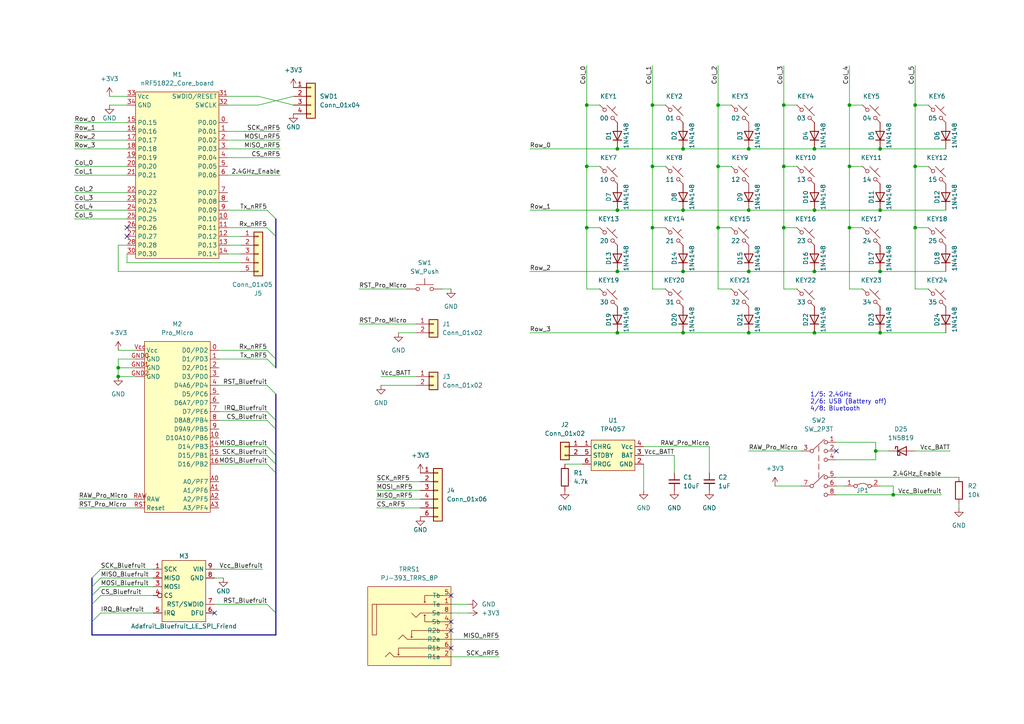
<source format=kicad_sch>
(kicad_sch (version 20211123) (generator eeschema)
  (paper "A4")
  (title_block (title "ErgoSNM Keyboard Prototype (Left)") (rev "1"))
  (lib_symbols
    (symbol "Connector_Generic:Conn_01x02" (pin_names (offset 1.016) hide)
      (property "Reference" "J" (at 0 2.54 0))
      (property "Value" "Conn_01x02" (at 0 -5.08 0))
      (symbol "Conn_01x02_1_1"
        (pin passive line (at -5.08 0 0) (length 3.81) (name "Pin_1") (number "1"))
        (pin passive line (at -5.08 -2.54 0) (length 3.81) (name "Pin_2") (number "2"))
      )
    )
    (symbol "Connector_Generic:Conn_01x04" (pin_names (offset 1.016) hide)
      (property "Reference" "J" (at 0 5.08 0))
      (property "Value" "Conn_01x04" (at 0 -7.62 0))
      (symbol "Conn_01x04_1_1"
        (pin passive line (at -5.08 2.54 0) (length 3.81) (name "Pin_1") (number "1"))
        (pin passive line (at -5.08 0 0) (length 3.81) (name "Pin_2") (number "2"))
        (pin passive line (at -5.08 -2.54 0) (length 3.81) (name "Pin_3") (number "3"))
        (pin passive line (at -5.08 -5.08 0) (length 3.81) (name "Pin_4") (number "4"))
      )
    )
    (symbol "Connector_Generic:Conn_01x05" (pin_names (offset 1.016) hide)
      (property "Reference" "J" (at 0 7.62 0))
      (property "Value" "Conn_01x05" (at 0 -7.62 0))
      (symbol "Conn_01x05_1_1"
        (pin passive line (at -5.08 5.08 0) (length 3.81) (name "Pin_1") (number "1"))
        (pin passive line (at -5.08 2.54 0) (length 3.81) (name "Pin_2") (number "2"))
        (pin passive line (at -5.08 0 0) (length 3.81) (name "Pin_3") (number "3"))
        (pin passive line (at -5.08 -2.54 0) (length 3.81) (name "Pin_4") (number "4"))
        (pin passive line (at -5.08 -5.08 0) (length 3.81) (name "Pin_5") (number "5"))
      )
    )
    (symbol "Connector_Generic:Conn_01x06" (pin_names (offset 1.016) hide)
      (property "Reference" "J" (at 0 7.62 0))
      (property "Value" "Conn_01x06" (at 0 -10.16 0))
      (symbol "Conn_01x06_1_1"
        (pin passive line (at -5.08 5.08 0) (length 3.81) (name "Pin_1") (number "1"))
        (pin passive line (at -5.08 2.54 0) (length 3.81) (name "Pin_2") (number "2"))
        (pin passive line (at -5.08 0 0) (length 3.81) (name "Pin_3") (number "3"))
        (pin passive line (at -5.08 -2.54 0) (length 3.81) (name "Pin_4") (number "4"))
        (pin passive line (at -5.08 -5.08 0) (length 3.81) (name "Pin_5") (number "5"))
        (pin passive line (at -5.08 -7.62 0) (length 3.81) (name "Pin_6") (number "6"))
      )
    )
    (symbol "Device:C_Small" (pin_numbers hide) (pin_names (offset 0.254) hide)
      (property "Reference" "C" (at 0.254 1.778 0))
      (property "Value" "C_Small" (at 0.254 -2.032 0))
      (symbol "C_Small_1_1"
        (pin passive line (at 0 2.54 270) (length 2.032) (name "~") (number "1"))
        (pin passive line (at 0 -2.54 90) (length 2.032) (name "~") (number "2"))
      )
    )
    (symbol "Device:R" (pin_numbers hide) (pin_names (offset 0))
      (property "Reference" "R" (at 2.032 0 90))
      (property "Value" "R" (at 0 0 90))
      (symbol "R_1_1"
        (pin passive line (at 0 3.81 270) (length 1.27) (name "~") (number "1"))
        (pin passive line (at 0 -3.81 90) (length 1.27) (name "~") (number "2"))
      )
    )
    (symbol "Diode:1N4148" (pin_numbers hide) (pin_names (offset 1.016) hide)
      (property "Reference" "D" (at 0 2.54 0))
      (property "Value" "1N4148" (at 0 -2.54 0))
      (symbol "1N4148_1_1"
        (pin passive line (at -3.81 0 0) (length 2.54) (name "K") (number "1"))
        (pin passive line (at 3.81 0 180) (length 2.54) (name "A") (number "2"))
      )
    )
    (symbol "Diode:1N5819" (pin_numbers hide) (pin_names (offset 1.016) hide)
      (property "Reference" "D" (at 0 2.54 0))
      (property "Value" "1N5819" (at 0 -2.54 0))
      (symbol "1N5819_1_1"
        (pin passive line (at -3.81 0 0) (length 2.54) (name "K") (number "1"))
        (pin passive line (at 3.81 0 180) (length 2.54) (name "A") (number "2"))
      )
    )
    (symbol "ErgoSNM_Keybaord_Library:Adafruit_Bluefruit_LE_SPI_Friend"
      (property "Reference" "M" (at 0 -12.7 0))
      (property "Value" "Adafruit_Bluefruit_LE_SPI_Friend" (at 1.27 -10.16 0))
      (symbol "Adafruit_Bluefruit_LE_SPI_Friend_1_1"
        (pin input line (at -8.89 6.35 0) (length 2.54) (name "SCK") (number "1"))
        (pin output line (at -8.89 3.81 0) (length 2.54) (name "MISO") (number "2"))
        (pin input line (at -8.89 1.27 0) (length 2.54) (name "MOSI") (number "3"))
        (pin input inverted (at -8.89 -1.27 0) (length 2.54) (name "CS") (number "4"))
        (pin output line (at -8.89 -6.35 0) (length 2.54) (name "IRQ") (number "5"))
        (pin input line (at 8.89 -6.35 180) (length 2.54) (name "DFU") (number "6"))
        (pin input line (at 8.89 -3.81 180) (length 2.54) (name "RST/SWDIO") (number "7"))
        (pin power_in line (at 8.89 3.81 180) (length 2.54) (name "GND") (number "8"))
        (pin power_in line (at 8.89 6.35 180) (length 2.54) (name "VIN") (number "9"))
      )
    )
    (symbol "ErgoSNM_Keybaord_Library:PJ-393_TRRS_8P"
      (property "Reference" "TRRS" (at -5.08 -16.51 0))
      (property "Value" "PJ-393_TRRS_8P" (at -3.175 -18.415 0))
      (symbol "PJ-393_TRRS_8P_0_0"
        (pin bidirectional line (at 10.16 -8.89 180) (length 2.54) (name "R1a") (number "2"))
        (pin bidirectional line (at 10.16 -3.81 180) (length 2.54) (name "R2a") (number "3"))
        (pin bidirectional line (at 10.16 1.27 180) (length 2.54) (name "Sb") (number "4"))
        (pin bidirectional line (at 10.16 8.89 180) (length 2.54) (name "Tb") (number "5"))
        (pin bidirectional line (at 10.16 -6.35 180) (length 2.54) (name "R1b") (number "6"))
        (pin bidirectional line (at 10.16 -1.27 180) (length 2.54) (name "R2b") (number "7"))
        (pin bidirectional line (at 10.16 3.81 180) (length 2.54) (name "Sa") (number "8"))
      )
      (symbol "PJ-393_TRRS_8P_1_1"
        (pin bidirectional line (at 10.16 6.35 180) (length 2.54) (name "Ta") (number "1"))
      )
    )
    (symbol "ErgoSNM_Keybaord_Library:Pro_Micro"
      (property "Reference" "M" (at 0 -27.94 0))
      (property "Value" "Pro_Micro" (at 0 -25.4 0))
      (symbol "Pro_Micro_1_1"
        (pin bidirectional line (at 13.97 22.86 180) (length 2.54) (name "D0/PD2") (number "0"))
        (pin bidirectional line (at 13.97 20.32 180) (length 2.54) (name "D1/PD3") (number "1"))
        (pin bidirectional line (at 13.97 -2.54 180) (length 2.54) (name "D10A10/PB6") (number "10"))
        (pin bidirectional line (at 13.97 -5.08 180) (length 2.54) (name "D14/PB3") (number "14"))
        (pin bidirectional line (at 13.97 -7.62 180) (length 2.54) (name "D15/PB1") (number "15"))
        (pin bidirectional line (at 13.97 -10.16 180) (length 2.54) (name "D16/PB2") (number "16"))
        (pin bidirectional line (at 13.97 17.78 180) (length 2.54) (name "D2/PD1") (number "2"))
        (pin bidirectional line (at 13.97 15.24 180) (length 2.54) (name "D3/PD0") (number "3"))
        (pin bidirectional line (at 13.97 12.7 180) (length 2.54) (name "D4A6/PD4") (number "4"))
        (pin bidirectional line (at 13.97 10.16 180) (length 2.54) (name "D5/PC6") (number "5"))
        (pin bidirectional line (at 13.97 7.62 180) (length 2.54) (name "D6A7/PD7") (number "6"))
        (pin bidirectional line (at 13.97 5.08 180) (length 2.54) (name "D7/PE6") (number "7"))
        (pin bidirectional line (at 13.97 2.54 180) (length 2.54) (name "D8A8/PB4") (number "8"))
        (pin bidirectional line (at 13.97 0 180) (length 2.54) (name "D9A9/PB5") (number "9"))
        (pin bidirectional line (at 13.97 -15.24 180) (length 2.54) (name "A0/PF7") (number "A0"))
        (pin bidirectional line (at 13.97 -17.78 180) (length 2.54) (name "A1/PF6") (number "A1"))
        (pin bidirectional line (at 13.97 -20.32 180) (length 2.54) (name "A2/PF5") (number "A2"))
        (pin bidirectional line (at 13.97 -22.86 180) (length 2.54) (name "A3/PF4") (number "A3"))
        (pin power_in line (at -10.16 20.32 0) (length 2.54) (name "GND") (number "GND0"))
        (pin power_in line (at -10.16 17.78 0) (length 2.54) (name "GND") (number "GND1"))
        (pin power_in line (at -10.16 15.24 0) (length 2.54) (name "GND") (number "GND2"))
        (pin bidirectional line (at -10.16 -20.32 0) (length 2.54) (name "RAW") (number "RAW"))
        (pin bidirectional line (at -10.16 -22.86 0) (length 2.54) (name "Reset") (number "RST"))
        (pin power_in line (at -10.16 22.86 0) (length 2.54) (name "Vcc") (number "Vcc"))
      )
    )
    (symbol "ErgoSNM_Keybaord_Library:SW_2P3T"
      (property "Reference" "SW2" (at 0 13.97 0))
      (property "Value" "SW_2P3T" (at 0 11.43 0))
      (symbol "SW_2P3T_1_1"
        (pin passive line (at 5.08 7.62 180) (length 2.54) (name "") (number "1"))
        (pin passive line (at 5.08 5.08 180) (length 2.54) (name "") (number "2"))
        (pin passive line (at -5.08 5.08 0) (length 2.54) (name "") (number "3"))
        (pin passive line (at 5.08 2.54 180) (length 2.54) (name "") (number "4"))
        (pin passive line (at 5.08 -2.54 180) (length 2.54) (name "") (number "5"))
        (pin passive line (at 5.08 -5.08 180) (length 2.54) (name "") (number "6"))
        (pin passive line (at -5.08 -5.08 0) (length 2.54) (name "") (number "7"))
        (pin passive line (at 5.08 -7.62 180) (length 2.54) (name "") (number "8"))
      )
    )
    (symbol "ErgoSNM_Keybaord_Library:TP4057"
      (property "Reference" "U" (at 0 -8.255 0))
      (property "Value" "TP4057" (at 0 -5.715 0))
      (symbol "TP4057_1_1"
        (pin output line (at -8.89 2.54 0) (length 2.54) (name "CHRG") (number "1"))
        (pin power_in line (at 8.89 -2.54 180) (length 2.54) (name "GND") (number "2"))
        (pin power_in line (at 8.89 0 180) (length 2.54) (name "BAT") (number "3"))
        (pin power_in line (at 8.89 2.54 180) (length 2.54) (name "Vcc") (number "4"))
        (pin output line (at -8.89 0 0) (length 2.54) (name "STDBY") (number "5"))
        (pin input line (at -8.89 -2.54 0) (length 2.54) (name "PROG") (number "6"))
      )
    )
    (symbol "ErgoSNM_Keybaord_Library:nRF51822_Core_board"
      (property "Reference" "M" (at 0 -25.4 0))
      (property "Value" "nRF51822_Core_board" (at 0 -22.86 0))
      (symbol "nRF51822_Core_board_1_1"
        (pin bidirectional line (at 15.24 17.78 180) (length 2.54) (name "P0.00") (number "0"))
        (pin bidirectional line (at 15.24 15.24 180) (length 2.54) (name "P0.01") (number "1"))
        (pin bidirectional line (at 15.24 -10.16 180) (length 2.54) (name "P0.10") (number "10"))
        (pin bidirectional line (at 15.24 -12.7 180) (length 2.54) (name "P0.11") (number "11"))
        (pin bidirectional line (at 15.24 -15.24 180) (length 2.54) (name "P0.12") (number "12"))
        (pin bidirectional line (at 15.24 -17.78 180) (length 2.54) (name "P0.13") (number "13"))
        (pin bidirectional line (at 15.24 -20.32 180) (length 2.54) (name "P0.14") (number "14"))
        (pin bidirectional line (at -13.97 17.78 0) (length 2.54) (name "P0.15") (number "15"))
        (pin bidirectional line (at -13.97 15.24 0) (length 2.54) (name "P0.16") (number "16"))
        (pin bidirectional line (at -13.97 12.7 0) (length 2.54) (name "P0.17") (number "17"))
        (pin bidirectional line (at -13.97 10.16 0) (length 2.54) (name "P0.18") (number "18"))
        (pin bidirectional line (at -13.97 7.62 0) (length 2.54) (name "P0.19") (number "19"))
        (pin bidirectional line (at 15.24 12.7 180) (length 2.54) (name "P0.02") (number "2"))
        (pin bidirectional line (at -13.97 5.08 0) (length 2.54) (name "P0.20") (number "20"))
        (pin bidirectional line (at -13.97 2.54 0) (length 2.54) (name "P0.21") (number "21"))
        (pin bidirectional line (at -13.97 -2.54 0) (length 2.54) (name "P0.22") (number "22"))
        (pin bidirectional line (at -13.97 -5.08 0) (length 2.54) (name "P0.23") (number "23"))
        (pin bidirectional line (at -13.97 -7.62 0) (length 2.54) (name "P0.24") (number "24"))
        (pin bidirectional line (at -13.97 -10.16 0) (length 2.54) (name "P0.25") (number "25"))
        (pin bidirectional line (at -13.97 -12.7 0) (length 2.54) (name "P0.26") (number "26"))
        (pin bidirectional line (at -13.97 -15.24 0) (length 2.54) (name "P0.27") (number "27"))
        (pin bidirectional line (at -13.97 -17.78 0) (length 2.54) (name "P0.28") (number "28"))
        (pin bidirectional line (at 15.24 10.16 180) (length 2.54) (name "P0.03") (number "3"))
        (pin bidirectional line (at -13.97 -20.32 0) (length 2.54) (name "P0.30") (number "30"))
        (pin bidirectional line (at 15.24 25.4 180) (length 2.54) (name "SWDIO/RESET") (number "31"))
        (pin bidirectional line (at 15.24 22.86 180) (length 2.54) (name "SWCLK") (number "32"))
        (pin power_in line (at -13.97 25.4 0) (length 2.54) (name "Vcc") (number "33"))
        (pin power_in line (at -13.97 22.86 0) (length 2.54) (name "GND") (number "34"))
        (pin bidirectional line (at 15.24 7.62 180) (length 2.54) (name "P0.04") (number "4"))
        (pin bidirectional line (at 15.24 5.08 180) (length 2.54) (name "P0.05") (number "5"))
        (pin bidirectional line (at 15.24 2.54 180) (length 2.54) (name "P0.06") (number "6"))
        (pin bidirectional line (at 15.24 -2.54 180) (length 2.54) (name "P0.07") (number "7"))
        (pin bidirectional line (at 15.24 -5.08 180) (length 2.54) (name "P0.08") (number "8"))
        (pin bidirectional line (at 15.24 -7.62 180) (length 2.54) (name "P0.09") (number "9"))
      )
    )
    (symbol "Jumper:Jumper_2_Bridged" (pin_names (offset 0) hide)
      (property "Reference" "JP" (at 0 1.905 0))
      (property "Value" "Jumper_2_Bridged" (at 0 -2.54 0))
      (symbol "Jumper_2_Bridged_1_1"
        (pin passive line (at -5.08 0 0) (length 2.54) (name "A") (number "1"))
        (pin passive line (at 5.08 0 180) (length 2.54) (name "B") (number "2"))
      )
    )
    (symbol "Switch:SW_Push" (pin_numbers hide) (pin_names (offset 1.016) hide)
      (property "Reference" "SW" (at 1.27 2.54 0))
      (property "Value" "SW_Push" (at 0 -1.524 0))
      (symbol "SW_Push_0_1"
        (pin passive line (at -5.08 0 0) (length 2.54) (name "1") (number "1"))
        (pin passive line (at 5.08 0 180) (length 2.54) (name "2") (number "2"))
      )
    )
    (symbol "Switch:SW_Push_45deg" (pin_numbers hide) (pin_names (offset 1.016) hide)
      (property "Reference" "SW" (at 3.048 1.016 0))
      (property "Value" "SW_Push_45deg" (at 0 -3.81 0))
      (symbol "SW_Push_45deg_0_1"
        (pin passive line (at -2.54 2.54 0) (length 0) (name "1") (number "1"))
        (pin passive line (at 2.54 -2.54 180) (length 0) (name "2") (number "2"))
      )
    )
    (symbol "power:+3.3V" (power) (pin_names (offset 0))
      (property "Value" "+3.3V" (at 0 3.556 0))
      (symbol "+3.3V_1_1"
        (pin power_in line (at 0 0 90) (length 0) hide (name "+3V3") (number "1"))
      )
    )
    (symbol "power:GND" (power) (pin_names (offset 0))
      (property "Value" "GND" (at 0 -3.81 0))
      (symbol "GND_1_1"
        (pin power_in line (at 0 0 270) (length 0) hide (name "GND") (number "1"))
      )
    )
  )
  (junction (at 236.22 78.74))
  (junction (at 255.27 78.74))
  (junction (at 217.17 78.74))
  (junction (at 189.23 66.04))
  (junction (at 236.22 60.96))
  (junction (at 236.22 96.52))
  (junction (at 265.43 48.26))
  (junction (at 179.07 60.96))
  (junction (at 208.28 30.48))
  (junction (at 246.38 66.04))
  (junction (at 265.43 66.04))
  (junction (at 198.12 60.96))
  (junction (at 255.27 96.52))
  (junction (at 227.33 48.26))
  (junction (at 208.28 48.26))
  (junction (at 198.12 78.74))
  (junction (at 179.07 96.52))
  (junction (at 255.27 43.18))
  (junction (at 198.12 43.18))
  (junction (at 265.43 30.48))
  (junction (at 179.07 43.18))
  (junction (at 217.17 60.96))
  (junction (at 189.23 30.48))
  (junction (at 34.29 106.68))
  (junction (at 217.17 43.18))
  (junction (at 179.07 78.74))
  (junction (at 170.18 30.48))
  (junction (at 246.38 30.48))
  (junction (at 170.18 66.04))
  (junction (at 236.22 43.18))
  (junction (at 246.38 48.26))
  (junction (at 198.12 96.52))
  (junction (at 227.33 30.48))
  (junction (at 259.08 143.51))
  (junction (at 255.27 60.96))
  (junction (at 208.28 66.04))
  (junction (at 34.29 109.22))
  (junction (at 254 130.81))
  (junction (at 227.33 66.04))
  (junction (at 189.23 48.26))
  (junction (at 170.18 48.26))
  (junction (at 217.17 96.52))
  (no_connect (at 36.83 68.58))
  (no_connect (at 36.83 66.04))
  (no_connect (at 130.81 187.96))
  (no_connect (at 130.81 182.88))
  (no_connect (at 130.81 180.34))
  (no_connect (at 130.81 172.72))
  (no_connect (at 242.57 130.81))
  (no_connect (at 62.23 177.8))
  (bus_entry (at 29.21 170.18) (size -2.54 2.54))
  (bus_entry (at 29.21 167.64) (size -2.54 2.54))
  (bus_entry (at 29.21 165.1) (size -2.54 2.54))
  (bus_entry (at 29.21 172.72) (size -2.54 2.54))
  (bus_entry (at 29.21 177.8) (size -2.54 2.54))
  (bus_entry (at 77.47 175.26) (size 2.54 2.54))
  (bus_entry (at 77.47 129.54) (size 2.54 2.54))
  (bus_entry (at 77.47 121.92) (size 2.54 2.54))
  (bus_entry (at 77.47 132.08) (size 2.54 2.54))
  (bus_entry (at 77.47 134.62) (size 2.54 2.54))
  (bus_entry (at 77.47 119.38) (size 2.54 2.54))
  (bus_entry (at 77.47 111.76) (size 2.54 2.54))
  (bus_entry (at 77.47 60.96) (size 2.54 2.54))
  (bus_entry (at 77.47 66.04) (size 2.54 2.54))
  (bus_entry (at 77.47 101.6) (size 2.54 2.54))
  (bus_entry (at 77.47 104.14) (size 2.54 2.54))
  (wire (pts (xy 69.85 68.58) (xy 66.04 68.58)))
  (wire (pts (xy 31.75 27.94) (xy 36.83 27.94)))
  (wire (pts (xy 66.04 27.94) (xy 74.93 27.94)))
  (wire (pts (xy 208.28 48.26) (xy 208.28 66.04)))
  (wire (pts (xy 69.85 73.66) (xy 66.04 73.66)))
  (wire (pts (xy 186.69 132.08) (xy 195.58 132.08)))
  (wire (pts (xy 212.09 30.48) (xy 208.28 30.48)))
  (bus (pts (xy 80.01 104.14) (xy 80.01 68.58)))
  (wire (pts (xy 242.57 138.43) (xy 278.13 138.43)))
  (wire (pts (xy 179.07 96.52) (xy 198.12 96.52)))
  (wire (pts (xy 255.27 140.97) (xy 259.08 140.97)))
  (wire (pts (xy 29.21 177.8) (xy 44.45 177.8)))
  (wire (pts (xy 66.04 45.72) (xy 81.28 45.72)))
  (wire (pts (xy 173.99 48.26) (xy 170.18 48.26)))
  (wire (pts (xy 29.21 167.64) (xy 44.45 167.64)))
  (wire (pts (xy 265.43 48.26) (xy 265.43 66.04)))
  (wire (pts (xy 212.09 83.82) (xy 208.28 83.82)))
  (wire (pts (xy 242.57 140.97) (xy 245.11 140.97)))
  (wire (pts (xy 231.14 66.04) (xy 227.33 66.04)))
  (wire (pts (xy 110.49 109.22) (xy 120.65 109.22)))
  (bus (pts (xy 80.01 124.46) (xy 80.01 132.08)))
  (wire (pts (xy 153.67 43.18) (xy 179.07 43.18)))
  (wire (pts (xy 77.47 119.38) (xy 63.5 119.38)))
  (wire (pts (xy 269.24 30.48) (xy 265.43 30.48)))
  (wire (pts (xy 198.12 60.96) (xy 217.17 60.96)))
  (wire (pts (xy 173.99 83.82) (xy 170.18 83.82)))
  (wire (pts (xy 74.93 27.94) (xy 85.09 30.48)))
  (bus (pts (xy 80.01 137.16) (xy 80.01 177.8)))
  (wire (pts (xy 278.13 146.05) (xy 278.13 147.32)))
  (wire (pts (xy 227.33 48.26) (xy 227.33 66.04)))
  (wire (pts (xy 21.59 63.5) (xy 36.83 63.5)))
  (wire (pts (xy 265.43 66.04) (xy 265.43 83.82)))
  (wire (pts (xy 217.17 96.52) (xy 236.22 96.52)))
  (wire (pts (xy 250.19 30.48) (xy 246.38 30.48)))
  (wire (pts (xy 66.04 38.1) (xy 81.28 38.1)))
  (wire (pts (xy 34.29 106.68) (xy 34.29 109.22)))
  (wire (pts (xy 29.21 165.1) (xy 44.45 165.1)))
  (wire (pts (xy 170.18 30.48) (xy 170.18 48.26)))
  (wire (pts (xy 179.07 43.18) (xy 198.12 43.18)))
  (wire (pts (xy 115.57 96.52) (xy 120.65 96.52)))
  (wire (pts (xy 39.37 104.14) (xy 34.29 104.14)))
  (bus (pts (xy 80.01 184.15) (xy 26.67 184.15)))
  (wire (pts (xy 77.47 129.54) (xy 63.5 129.54)))
  (wire (pts (xy 144.78 190.5) (xy 130.81 190.5)))
  (wire (pts (xy 21.59 43.18) (xy 36.83 43.18)))
  (wire (pts (xy 257.81 130.81) (xy 254 130.81)))
  (wire (pts (xy 208.28 66.04) (xy 208.28 83.82)))
  (wire (pts (xy 69.85 76.2) (xy 36.83 76.2)))
  (wire (pts (xy 22.86 144.78) (xy 39.37 144.78)))
  (wire (pts (xy 227.33 19.05) (xy 227.33 30.48)))
  (wire (pts (xy 34.29 106.68) (xy 39.37 106.68)))
  (wire (pts (xy 224.79 140.97) (xy 232.41 140.97)))
  (wire (pts (xy 21.59 50.8) (xy 36.83 50.8)))
  (wire (pts (xy 135.89 175.26) (xy 130.81 175.26)))
  (wire (pts (xy 186.69 142.24) (xy 186.69 134.62)))
  (wire (pts (xy 170.18 19.05) (xy 170.18 30.48)))
  (bus (pts (xy 80.01 114.3) (xy 80.01 121.92)))
  (wire (pts (xy 77.47 66.04) (xy 66.04 66.04)))
  (wire (pts (xy 179.07 60.96) (xy 198.12 60.96)))
  (wire (pts (xy 242.57 133.35) (xy 254 133.35)))
  (wire (pts (xy 193.04 48.26) (xy 189.23 48.26)))
  (wire (pts (xy 212.09 48.26) (xy 208.28 48.26)))
  (wire (pts (xy 186.69 129.54) (xy 205.74 129.54)))
  (wire (pts (xy 254 133.35) (xy 254 130.81)))
  (wire (pts (xy 21.59 55.88) (xy 36.83 55.88)))
  (wire (pts (xy 265.43 19.05) (xy 265.43 30.48)))
  (wire (pts (xy 198.12 43.18) (xy 217.17 43.18)))
  (wire (pts (xy 242.57 143.51) (xy 259.08 143.51)))
  (bus (pts (xy 80.01 121.92) (xy 80.01 124.46)))
  (wire (pts (xy 144.78 185.42) (xy 130.81 185.42)))
  (wire (pts (xy 163.83 134.62) (xy 168.91 134.62)))
  (wire (pts (xy 189.23 19.05) (xy 189.23 30.48)))
  (wire (pts (xy 34.29 109.22) (xy 39.37 109.22)))
  (wire (pts (xy 242.57 128.27) (xy 254 128.27)))
  (wire (pts (xy 31.75 30.48) (xy 36.83 30.48)))
  (wire (pts (xy 217.17 60.96) (xy 236.22 60.96)))
  (wire (pts (xy 189.23 66.04) (xy 189.23 83.82)))
  (wire (pts (xy 246.38 66.04) (xy 246.38 83.82)))
  (wire (pts (xy 77.47 134.62) (xy 63.5 134.62)))
  (wire (pts (xy 69.85 71.12) (xy 66.04 71.12)))
  (wire (pts (xy 63.5 104.14) (xy 77.47 104.14)))
  (wire (pts (xy 217.17 130.81) (xy 232.41 130.81)))
  (wire (pts (xy 21.59 35.56) (xy 36.83 35.56)))
  (wire (pts (xy 236.22 43.18) (xy 255.27 43.18)))
  (wire (pts (xy 231.14 83.82) (xy 227.33 83.82)))
  (wire (pts (xy 212.09 66.04) (xy 208.28 66.04)))
  (wire (pts (xy 74.93 30.48) (xy 85.09 27.94)))
  (wire (pts (xy 265.43 30.48) (xy 265.43 48.26)))
  (wire (pts (xy 205.74 137.16) (xy 205.74 129.54)))
  (wire (pts (xy 193.04 66.04) (xy 189.23 66.04)))
  (wire (pts (xy 255.27 43.18) (xy 274.32 43.18)))
  (wire (pts (xy 21.59 38.1) (xy 36.83 38.1)))
  (wire (pts (xy 246.38 19.05) (xy 246.38 30.48)))
  (wire (pts (xy 250.19 83.82) (xy 246.38 83.82)))
  (wire (pts (xy 77.47 60.96) (xy 66.04 60.96)))
  (wire (pts (xy 246.38 48.26) (xy 246.38 66.04)))
  (wire (pts (xy 104.14 83.82) (xy 118.11 83.82)))
  (wire (pts (xy 198.12 78.74) (xy 217.17 78.74)))
  (wire (pts (xy 36.83 76.2) (xy 36.83 73.66)))
  (wire (pts (xy 130.81 83.82) (xy 128.27 83.82)))
  (wire (pts (xy 254 130.81) (xy 254 128.27)))
  (wire (pts (xy 62.23 167.64) (xy 64.77 167.64)))
  (wire (pts (xy 173.99 66.04) (xy 170.18 66.04)))
  (wire (pts (xy 135.89 177.8) (xy 130.81 177.8)))
  (wire (pts (xy 21.59 60.96) (xy 36.83 60.96)))
  (bus (pts (xy 26.67 167.64) (xy 26.67 170.18)))
  (wire (pts (xy 269.24 66.04) (xy 265.43 66.04)))
  (wire (pts (xy 255.27 60.96) (xy 274.32 60.96)))
  (wire (pts (xy 153.67 96.52) (xy 179.07 96.52)))
  (wire (pts (xy 77.47 121.92) (xy 63.5 121.92)))
  (wire (pts (xy 69.85 78.74) (xy 34.29 78.74)))
  (wire (pts (xy 153.67 60.96) (xy 179.07 60.96)))
  (bus (pts (xy 80.01 134.62) (xy 80.01 137.16)))
  (wire (pts (xy 231.14 48.26) (xy 227.33 48.26)))
  (wire (pts (xy 227.33 30.48) (xy 227.33 48.26)))
  (wire (pts (xy 170.18 66.04) (xy 170.18 83.82)))
  (bus (pts (xy 26.67 172.72) (xy 26.67 175.26)))
  (wire (pts (xy 77.47 111.76) (xy 63.5 111.76)))
  (wire (pts (xy 269.24 48.26) (xy 265.43 48.26)))
  (wire (pts (xy 217.17 78.74) (xy 236.22 78.74)))
  (wire (pts (xy 189.23 30.48) (xy 189.23 48.26)))
  (wire (pts (xy 110.49 111.76) (xy 120.65 111.76)))
  (bus (pts (xy 26.67 180.34) (xy 26.67 184.15)))
  (wire (pts (xy 109.22 139.7) (xy 121.92 139.7)))
  (wire (pts (xy 109.22 147.32) (xy 121.92 147.32)))
  (wire (pts (xy 34.29 104.14) (xy 34.29 106.68)))
  (wire (pts (xy 77.47 175.26) (xy 62.23 175.26)))
  (wire (pts (xy 173.99 30.48) (xy 170.18 30.48)))
  (wire (pts (xy 34.29 71.12) (xy 36.83 71.12)))
  (wire (pts (xy 77.47 132.08) (xy 63.5 132.08)))
  (wire (pts (xy 189.23 48.26) (xy 189.23 66.04)))
  (wire (pts (xy 179.07 78.74) (xy 198.12 78.74)))
  (wire (pts (xy 193.04 83.82) (xy 189.23 83.82)))
  (wire (pts (xy 246.38 30.48) (xy 246.38 48.26)))
  (wire (pts (xy 81.28 50.8) (xy 66.04 50.8)))
  (wire (pts (xy 34.29 78.74) (xy 34.29 71.12)))
  (wire (pts (xy 195.58 137.16) (xy 195.58 132.08)))
  (bus (pts (xy 80.01 132.08) (xy 80.01 134.62)))
  (bus (pts (xy 26.67 175.26) (xy 26.67 180.34)))
  (wire (pts (xy 66.04 40.64) (xy 81.28 40.64)))
  (wire (pts (xy 66.04 30.48) (xy 74.93 30.48)))
  (wire (pts (xy 21.59 58.42) (xy 36.83 58.42)))
  (wire (pts (xy 104.14 93.98) (xy 120.65 93.98)))
  (wire (pts (xy 275.59 130.81) (xy 265.43 130.81)))
  (wire (pts (xy 29.21 170.18) (xy 44.45 170.18)))
  (wire (pts (xy 21.59 48.26) (xy 36.83 48.26)))
  (wire (pts (xy 21.59 40.64) (xy 36.83 40.64)))
  (wire (pts (xy 29.21 172.72) (xy 44.45 172.72)))
  (wire (pts (xy 231.14 30.48) (xy 227.33 30.48)))
  (wire (pts (xy 109.22 144.78) (xy 121.92 144.78)))
  (wire (pts (xy 227.33 66.04) (xy 227.33 83.82)))
  (wire (pts (xy 198.12 96.52) (xy 217.17 96.52)))
  (bus (pts (xy 26.67 170.18) (xy 26.67 172.72)))
  (wire (pts (xy 250.19 66.04) (xy 246.38 66.04)))
  (wire (pts (xy 62.23 165.1) (xy 76.2 165.1)))
  (wire (pts (xy 236.22 96.52) (xy 255.27 96.52)))
  (wire (pts (xy 255.27 78.74) (xy 274.32 78.74)))
  (wire (pts (xy 217.17 43.18) (xy 236.22 43.18)))
  (wire (pts (xy 193.04 30.48) (xy 189.23 30.48)))
  (wire (pts (xy 236.22 60.96) (xy 255.27 60.96)))
  (wire (pts (xy 269.24 83.82) (xy 265.43 83.82)))
  (wire (pts (xy 153.67 78.74) (xy 179.07 78.74)))
  (wire (pts (xy 22.86 147.32) (xy 39.37 147.32)))
  (bus (pts (xy 80.01 104.14) (xy 80.01 106.68)))
  (wire (pts (xy 170.18 48.26) (xy 170.18 66.04)))
  (wire (pts (xy 255.27 96.52) (xy 274.32 96.52)))
  (wire (pts (xy 208.28 30.48) (xy 208.28 48.26)))
  (bus (pts (xy 80.01 177.8) (xy 80.01 184.15)))
  (wire (pts (xy 236.22 78.74) (xy 255.27 78.74)))
  (wire (pts (xy 259.08 143.51) (xy 259.08 140.97)))
  (wire (pts (xy 63.5 101.6) (xy 77.47 101.6)))
  (wire (pts (xy 208.28 19.05) (xy 208.28 30.48)))
  (bus (pts (xy 80.01 63.5) (xy 80.01 68.58)))
  (wire (pts (xy 250.19 48.26) (xy 246.38 48.26)))
  (wire (pts (xy 109.22 142.24) (xy 121.92 142.24)))
  (wire (pts (xy 273.05 143.51) (xy 259.08 143.51)))
  (wire (pts (xy 66.04 43.18) (xy 81.28 43.18)))
  (wire (pts (xy 34.29 101.6) (xy 39.37 101.6)))
  (text "1/5: 2.4GHz\n2/6: USB (Battery off)\n4/8: Bluetooth" (at 234.95 119.38 0) (effects (font (size 1.27 1.27)) (justify left bottom)))
  (label "Row_3" (at 21.59 43.18 0))
  (label "Row_0" (at 153.67 43.18 0))
  (label "Col_2" (at 21.59 55.88 0))
  (label "Col_5" (at 265.43 19.05 270))
  (label "Col_5" (at 21.59 63.5 0))
  (label "MOSI_Bluefruit" (at 29.21 170.18 0))
  (label "MISO_Bluefruit" (at 77.47 129.54 180))
  (label "RST_Bluefruit" (at 77.47 111.76 180))
  (label "2.4GHz_Enable" (at 81.28 50.8 180))
  (label "IRQ_Bluefruit" (at 77.47 119.38 180))
  (label "Col_4" (at 246.38 19.05 270))
  (label "SCK_nRF5" (at 81.28 38.1 180))
  (label "SCK_Bluefruit" (at 29.21 165.1 0))
  (label "Col_0" (at 21.59 48.26 0))
  (label "Col_2" (at 208.28 19.05 270))
  (label "Col_3" (at 21.59 58.42 0))
  (label "MISO_nRF5" (at 81.28 43.18 180))
  (label "IRQ_Bluefruit" (at 29.21 177.8 0))
  (label "CS_Bluefruit" (at 29.21 172.72 0))
  (label "Vcc_BATT" (at 195.58 132.08 180))
  (label "MISO_Bluefruit" (at 29.21 167.64 0))
  (label "Row_2" (at 153.67 78.74 0))
  (label "MISO_nRF5" (at 109.22 144.78 0))
  (label "CS_Bluefruit" (at 77.47 121.92 180))
  (label "MOSI_nRF5" (at 109.22 142.24 0))
  (label "SCK_nRF5" (at 109.22 139.7 0))
  (label "RAW_Pro_Micro" (at 22.86 144.78 0))
  (label "MOSI_nRF5" (at 81.28 40.64 180))
  (label "Col_1" (at 189.23 19.05 270))
  (label "Tx_nRF5" (at 77.47 60.96 180))
  (label "Row_1" (at 21.59 38.1 0))
  (label "RAW_Pro_Micro" (at 217.17 130.81 0))
  (label "MISO_nRF5" (at 144.78 185.42 180))
  (label "Vcc_Bluefruit" (at 76.2 165.1 180))
  (label "CS_nRF5" (at 81.28 45.72 180))
  (label "Row_2" (at 21.59 40.64 0))
  (label "RST_Pro_Micro" (at 104.14 93.98 0))
  (label "Col_0" (at 170.18 19.05 270))
  (label "Row_1" (at 153.67 60.96 0))
  (label "RAW_Pro_Micro" (at 205.74 129.54 180))
  (label "Rx_nRF5" (at 77.47 66.04 180))
  (label "SCK_Bluefruit" (at 77.47 132.08 180))
  (label "Col_4" (at 21.59 60.96 0))
  (label "Row_3" (at 153.67 96.52 0))
  (label "RST_Bluefruit" (at 77.47 175.26 180))
  (label "CS_nRF5" (at 109.22 147.32 0))
  (label "SCK_nRF5" (at 144.78 190.5 180))
  (label "Rx_nRF5" (at 77.47 101.6 180))
  (label "MOSI_Bluefruit" (at 77.47 134.62 180))
  (label "Tx_nRF5" (at 77.47 104.14 180))
  (label "Vcc_BATT" (at 110.49 109.22 0))
  (label "Row_0" (at 21.59 35.56 0))
  (label "Col_1" (at 21.59 50.8 0))
  (label "Vcc_BATT" (at 275.59 130.81 180))
  (label "Col_3" (at 227.33 19.05 270))
  (label "Vcc_Bluefruit" (at 273.05 143.51 180))
  (label "2.4GHz_Enable" (at 273.05 138.43 180))
  (label "RST_Pro_Micro" (at 22.86 147.32 0))
  (label "RST_Pro_Micro" (at 104.14 83.82 0))
  (symbol (lib_id "Switch:SW_Push_45deg") (at 176.53 33.02 0) (unit 1)
    (property "Reference" "KEY1" (at 176.53 27.94 0))
    (property "Value" "00" (at 175.26 34.29 0))
    (property "Footprint" "key-switches:MX_Switch_Gateron_socket_A" (effects hide))
  )
  (symbol (lib_id "power:GND") (at 85.09 33.02 0) (unit 1)
    (property "Reference" "#PWR04" (effects hide))
    (property "Value" "GND" (at 85.09 36.83 0))
  )
  (symbol (lib_id "Connector_Generic:Conn_01x04") (at 90.17 27.94 0) (unit 1)
    (property "Reference" "SWD1" (at 92.71 27.9399 0) (effects (justify left)))
    (property "Value" "Conn_01x04" (at 92.71 30.4799 0) (effects (justify left)))
    (property "Footprint" "Connector_PinHeader_2.54mm:PinHeader_1x04_P2.54mm_Horizontal" (effects hide))
  )
  (symbol (lib_id "Switch:SW_Push") (at 123.19 83.82 0) (mirror y) (unit 1)
    (property "Reference" "SW1" (at 123.19 76.2 0))
    (property "Value" "SW_Push" (at 123.19 78.74 0))
    (property "Footprint" "Button_Switch_SMD:SW_Push_1P1T_NO_CK_KSC6xxJ" (effects hide))
  )
  (symbol (lib_id "Diode:1N4148") (at 255.27 74.93 90) (unit 1)
    (property "Reference" "D17" (at 252.73 74.93 0))
    (property "Value" "1N4148" (at 257.81 74.93 0))
    (property "Footprint" "Diode_SMD:D_0603_1608Metric_Pad1.05x0.95mm_HandSolder" (effects hide))
    (property "Datasheet" "https://assets.nexperia.com/documents/data-sheet/1N4148_1N4448.pdf" (effects hide))
  )
  (symbol (lib_id "Switch:SW_Push_45deg") (at 195.58 68.58 0) (unit 1)
    (property "Reference" "KEY14" (at 195.58 63.5 0))
    (property "Value" "21" (at 194.31 69.85 0))
    (property "Footprint" "key-switches:MX_Switch_Gateron_socket_A" (effects hide))
  )
  (symbol (lib_id "Diode:1N4148") (at 217.17 39.37 90) (unit 1)
    (property "Reference" "D3" (at 214.63 39.37 0))
    (property "Value" "1N4148" (at 219.71 39.37 0))
    (property "Footprint" "Diode_SMD:D_0603_1608Metric_Pad1.05x0.95mm_HandSolder" (effects hide))
    (property "Datasheet" "https://assets.nexperia.com/documents/data-sheet/1N4148_1N4448.pdf" (effects hide))
  )
  (symbol (lib_id "Diode:1N4148") (at 236.22 92.71 90) (unit 1)
    (property "Reference" "D22" (at 233.68 92.71 0))
    (property "Value" "1N4148" (at 238.76 92.71 0))
    (property "Footprint" "Diode_SMD:D_0603_1608Metric_Pad1.05x0.95mm_HandSolder" (effects hide))
    (property "Datasheet" "https://assets.nexperia.com/documents/data-sheet/1N4148_1N4448.pdf" (effects hide))
  )
  (symbol (lib_id "Connector_Generic:Conn_01x02") (at 125.73 93.98 0) (unit 1)
    (property "Reference" "J1" (at 128.27 93.9799 0) (effects (justify left)))
    (property "Value" "Conn_01x02" (at 128.27 96.5199 0) (effects (justify left)))
    (property "Footprint" "Connector_PinHeader_2.54mm:PinHeader_1x02_P2.54mm_Horizontal" (effects hide))
  )
  (symbol (lib_id "ErgoSNM_Keybaord_Library:Pro_Micro") (at 49.53 124.46 0) (unit 1)
    (property "Reference" "M2" (at 51.435 93.98 0))
    (property "Value" "Pro_Micro" (at 51.435 96.52 0))
    (property "Footprint" "ErgoSNM_Keybaord:Pro_Micro" (effects hide))
  )
  (symbol (lib_id "Diode:1N4148") (at 255.27 92.71 90) (unit 1)
    (property "Reference" "D23" (at 252.73 92.71 0))
    (property "Value" "1N4148" (at 257.81 92.71 0))
    (property "Footprint" "Diode_SMD:D_0603_1608Metric_Pad1.05x0.95mm_HandSolder" (effects hide))
    (property "Datasheet" "https://assets.nexperia.com/documents/data-sheet/1N4148_1N4448.pdf" (effects hide))
  )
  (symbol (lib_id "power:GND") (at 135.89 175.26 90) (unit 1)
    (property "Reference" "#PWR017" (effects hide))
    (property "Value" "GND" (at 139.7 175.2599 90) (effects (justify right)))
  )
  (symbol (lib_id "power:GND") (at 186.69 142.24 0) (unit 1)
    (property "Reference" "#PWR012" (effects hide))
    (property "Value" "GND" (at 186.69 147.32 0))
  )
  (symbol (lib_id "Switch:SW_Push_45deg") (at 195.58 50.8 0) (unit 1)
    (property "Reference" "KEY8" (at 195.58 45.72 0))
    (property "Value" "11" (at 194.31 52.07 0))
    (property "Footprint" "key-switches:MX_Switch_Gateron_socket_A" (effects hide))
  )
  (symbol (lib_id "Diode:1N4148") (at 179.07 74.93 90) (unit 1)
    (property "Reference" "D13" (at 176.53 74.93 0))
    (property "Value" "1N4148" (at 181.61 74.93 0))
    (property "Footprint" "Diode_SMD:D_0603_1608Metric_Pad1.05x0.95mm_HandSolder" (effects hide))
    (property "Datasheet" "https://assets.nexperia.com/documents/data-sheet/1N4148_1N4448.pdf" (effects hide))
  )
  (symbol (lib_id "Switch:SW_Push_45deg") (at 233.68 68.58 0) (unit 1)
    (property "Reference" "KEY16" (at 233.68 63.5 0))
    (property "Value" "23" (at 232.41 69.85 0))
    (property "Footprint" "key-switches:MX_Switch_Gateron_socket_A" (effects hide))
  )
  (symbol (lib_id "Diode:1N4148") (at 255.27 39.37 90) (unit 1)
    (property "Reference" "D5" (at 252.73 39.37 0))
    (property "Value" "1N4148" (at 257.81 39.37 0))
    (property "Footprint" "Diode_SMD:D_0603_1608Metric_Pad1.05x0.95mm_HandSolder" (effects hide))
    (property "Datasheet" "https://assets.nexperia.com/documents/data-sheet/1N4148_1N4448.pdf" (effects hide))
  )
  (symbol (lib_id "Diode:1N4148") (at 236.22 57.15 90) (unit 1)
    (property "Reference" "D10" (at 233.68 57.15 0))
    (property "Value" "1N4148" (at 238.76 57.15 0))
    (property "Footprint" "Diode_SMD:D_0603_1608Metric_Pad1.05x0.95mm_HandSolder" (effects hide))
    (property "Datasheet" "https://assets.nexperia.com/documents/data-sheet/1N4148_1N4448.pdf" (effects hide))
  )
  (symbol (lib_id "Diode:1N4148") (at 179.07 39.37 90) (unit 1)
    (property "Reference" "D1" (at 176.53 39.37 0))
    (property "Value" "1N4148" (at 181.61 39.37 0))
    (property "Footprint" "Diode_SMD:D_0603_1608Metric_Pad1.05x0.95mm_HandSolder" (effects hide))
    (property "Datasheet" "https://assets.nexperia.com/documents/data-sheet/1N4148_1N4448.pdf" (effects hide))
  )
  (symbol (lib_id "power:GND") (at 205.74 142.24 0) (unit 1)
    (property "Reference" "#PWR014" (effects hide))
    (property "Value" "GND" (at 205.74 147.32 0))
  )
  (symbol (lib_id "power:GND") (at 64.77 167.64 0) (unit 1)
    (property "Reference" "#PWR016" (effects hide))
    (property "Value" "GND" (at 64.77 171.45 0))
  )
  (symbol (lib_id "Switch:SW_Push_45deg") (at 252.73 68.58 0) (unit 1)
    (property "Reference" "KEY17" (at 252.73 63.5 0))
    (property "Value" "24" (at 251.46 69.85 0))
    (property "Footprint" "key-switches:MX_Switch_Gateron_socket_A" (effects hide))
  )
  (symbol (lib_id "Jumper:Jumper_2_Bridged") (at 250.19 140.97 0) (unit 1)
    (property "Reference" "JP1" (at 250.19 142.24 0))
    (property "Value" "Jumper_2_Bridged" (effects hide))
    (property "Footprint" "Jumper:SolderJumper-2_P1.3mm_Open_TrianglePad1.0x1.5mm" (effects hide))
  )
  (symbol (lib_id "power:GND") (at 34.29 109.22 0) (unit 1)
    (property "Reference" "#PWR08" (effects hide))
    (property "Value" "GND" (at 34.29 114.3 0))
  )
  (symbol (lib_id "Switch:SW_Push_45deg") (at 214.63 33.02 0) (unit 1)
    (property "Reference" "KEY3" (at 214.63 27.94 0))
    (property "Value" "02" (at 213.36 34.29 0))
    (property "Footprint" "key-switches:MX_Switch_Gateron_socket_A" (effects hide))
  )
  (symbol (lib_id "Diode:1N4148") (at 179.07 57.15 90) (unit 1)
    (property "Reference" "D7" (at 176.53 57.15 0))
    (property "Value" "1N4148" (at 181.61 57.15 0))
    (property "Footprint" "Diode_SMD:D_0603_1608Metric_Pad1.05x0.95mm_HandSolder" (effects hide))
    (property "Datasheet" "https://assets.nexperia.com/documents/data-sheet/1N4148_1N4448.pdf" (effects hide))
  )
  (symbol (lib_id "Switch:SW_Push_45deg") (at 252.73 50.8 0) (unit 1)
    (property "Reference" "KEY11" (at 252.73 45.72 0))
    (property "Value" "14" (at 251.46 52.07 0))
    (property "Footprint" "key-switches:MX_Switch_Gateron_socket_A" (effects hide))
  )
  (symbol (lib_id "Diode:1N4148") (at 236.22 74.93 90) (unit 1)
    (property "Reference" "D16" (at 233.68 74.93 0))
    (property "Value" "1N4148" (at 238.76 74.93 0))
    (property "Footprint" "Diode_SMD:D_0603_1608Metric_Pad1.05x0.95mm_HandSolder" (effects hide))
    (property "Datasheet" "https://assets.nexperia.com/documents/data-sheet/1N4148_1N4448.pdf" (effects hide))
  )
  (symbol (lib_id "Connector_Generic:Conn_01x02") (at 125.73 109.22 0) (unit 1)
    (property "Reference" "J3" (at 128.27 109.2199 0) (effects (justify left)))
    (property "Value" "Conn_01x02" (at 128.27 111.7599 0) (effects (justify left)))
    (property "Footprint" "Connector_JST:JST_EH_B2B-EH-A_1x02_P2.50mm_Vertical" (effects hide))
  )
  (symbol (lib_id "Diode:1N4148") (at 274.32 92.71 90) (unit 1)
    (property "Reference" "D24" (at 271.78 92.71 0))
    (property "Value" "1N4148" (at 276.86 92.71 0))
    (property "Footprint" "Diode_SMD:D_0603_1608Metric_Pad1.05x0.95mm_HandSolder" (effects hide))
    (property "Datasheet" "https://assets.nexperia.com/documents/data-sheet/1N4148_1N4448.pdf" (effects hide))
  )
  (symbol (lib_id "Device:C_Small") (at 205.74 139.7 0) (unit 1)
    (property "Reference" "C2" (at 208.28 138.4362 0) (effects (justify left)))
    (property "Value" "1uF" (at 208.28 140.9762 0) (effects (justify left)))
    (property "Footprint" "Capacitor_SMD:C_0201_0603Metric_Pad0.64x0.40mm_HandSolder" (effects hide))
  )
  (symbol (lib_id "Device:C_Small") (at 195.58 139.7 0) (unit 1)
    (property "Reference" "C1" (at 198.12 138.4362 0) (effects (justify left)))
    (property "Value" "10uF" (at 198.12 140.9762 0) (effects (justify left)))
    (property "Footprint" "Capacitor_SMD:C_0201_0603Metric_Pad0.64x0.40mm_HandSolder" (effects hide))
  )
  (symbol (lib_id "Switch:SW_Push_45deg") (at 176.53 68.58 0) (unit 1)
    (property "Reference" "KEY13" (at 176.53 63.5 0))
    (property "Value" "20" (at 175.26 69.85 0))
    (property "Footprint" "key-switches:MX_Switch_Gateron_socket_A" (effects hide))
  )
  (symbol (lib_id "Switch:SW_Push_45deg") (at 233.68 86.36 0) (unit 1)
    (property "Reference" "KEY22" (at 233.68 81.28 0))
    (property "Value" "33" (at 232.41 87.63 0))
    (property "Footprint" "key-switches:MX_Switch_Gateron_socket_A" (effects hide))
  )
  (symbol (lib_id "Connector_Generic:Conn_01x02") (at 163.83 129.54 0) (mirror y) (unit 1)
    (property "Reference" "J2" (at 163.83 123.19 0))
    (property "Value" "Conn_01x02" (at 163.83 125.73 0))
    (property "Footprint" "Connector_PinHeader_2.54mm:PinHeader_1x02_P2.54mm_Vertical" (effects hide))
  )
  (symbol (lib_id "power:GND") (at 278.13 147.32 0) (unit 1)
    (property "Reference" "#PWR015" (effects hide))
    (property "Value" "GND" (at 278.13 152.4 0))
  )
  (symbol (lib_id "Switch:SW_Push_45deg") (at 271.78 50.8 0) (unit 1)
    (property "Reference" "KEY12" (at 271.78 45.72 0))
    (property "Value" "15" (at 270.51 52.07 0))
    (property "Footprint" "key-switches:MX_Switch_Gateron_socket_A" (effects hide))
  )
  (symbol (lib_id "power:+3.3V") (at 34.29 101.6 0) (unit 1)
    (property "Reference" "#PWR06" (effects hide))
    (property "Value" "+3.3V" (at 34.29 96.52 0))
  )
  (symbol (lib_id "Switch:SW_Push_45deg") (at 176.53 50.8 0) (unit 1)
    (property "Reference" "KEY7" (at 176.53 45.72 0))
    (property "Value" "10" (at 175.26 52.07 0))
    (property "Footprint" "key-switches:MX_Switch_Gateron_socket_A" (effects hide))
  )
  (symbol (lib_id "Diode:1N4148") (at 217.17 74.93 90) (unit 1)
    (property "Reference" "D15" (at 214.63 74.93 0))
    (property "Value" "1N4148" (at 219.71 74.93 0))
    (property "Footprint" "Diode_SMD:D_0603_1608Metric_Pad1.05x0.95mm_HandSolder" (effects hide))
    (property "Datasheet" "https://assets.nexperia.com/documents/data-sheet/1N4148_1N4448.pdf" (effects hide))
  )
  (symbol (lib_id "power:GND") (at 130.81 83.82 0) (mirror y) (unit 1)
    (property "Reference" "#PWR05" (effects hide))
    (property "Value" "GND" (at 130.81 88.9 0))
  )
  (symbol (lib_id "power:GND") (at 115.57 96.52 0) (mirror y) (unit 1)
    (property "Reference" "#PWR07" (effects hide))
    (property "Value" "GND" (at 115.57 101.6 0))
  )
  (symbol (lib_id "Diode:1N4148") (at 179.07 92.71 90) (unit 1)
    (property "Reference" "D19" (at 176.53 92.71 0))
    (property "Value" "1N4148" (at 181.61 92.71 0))
    (property "Footprint" "Diode_SMD:D_0603_1608Metric_Pad1.05x0.95mm_HandSolder" (effects hide))
    (property "Datasheet" "https://assets.nexperia.com/documents/data-sheet/1N4148_1N4448.pdf" (effects hide))
  )
  (symbol (lib_id "Connector_Generic:Conn_01x06") (at 127 142.24 0) (unit 1)
    (property "Reference" "J4" (at 129.54 142.2399 0) (effects (justify left)))
    (property "Value" "Conn_01x06" (at 129.54 144.7799 0) (effects (justify left)))
    (property "Footprint" "Connector_PinHeader_2.54mm:PinHeader_1x06_P2.54mm_Vertical" (effects hide))
  )
  (symbol (lib_id "ErgoSNM_Keybaord_Library:nRF51822_Core_board") (at 50.8 53.34 0) (unit 1)
    (property "Reference" "M1" (at 51.435 21.59 0))
    (property "Value" "nRF51822_Core_board" (at 51.435 24.13 0))
    (property "Footprint" "ErgoSNM_Keybaord:Core51822" (effects hide))
  )
  (symbol (lib_id "Diode:1N4148") (at 198.12 74.93 90) (unit 1)
    (property "Reference" "D14" (at 195.58 74.93 0))
    (property "Value" "1N4148" (at 200.66 74.93 0))
    (property "Footprint" "Diode_SMD:D_0603_1608Metric_Pad1.05x0.95mm_HandSolder" (effects hide))
    (property "Datasheet" "https://assets.nexperia.com/documents/data-sheet/1N4148_1N4448.pdf" (effects hide))
  )
  (symbol (lib_id "power:GND") (at 163.83 142.24 0) (unit 1)
    (property "Reference" "#PWR011" (effects hide))
    (property "Value" "GND" (at 163.83 147.32 0))
  )
  (symbol (lib_id "Diode:1N4148") (at 198.12 57.15 90) (unit 1)
    (property "Reference" "D8" (at 195.58 57.15 0))
    (property "Value" "1N4148" (at 200.66 57.15 0))
    (property "Footprint" "Diode_SMD:D_0603_1608Metric_Pad1.05x0.95mm_HandSolder" (effects hide))
    (property "Datasheet" "https://assets.nexperia.com/documents/data-sheet/1N4148_1N4448.pdf" (effects hide))
  )
  (symbol (lib_id "power:GND") (at 195.58 142.24 0) (unit 1)
    (property "Reference" "#PWR013" (effects hide))
    (property "Value" "GND" (at 195.58 147.32 0))
  )
  (symbol (lib_id "ErgoSNM_Keybaord_Library:TP4057") (at 177.8 132.08 0) (unit 1)
    (property "Reference" "U1" (at 177.8 121.92 0))
    (property "Value" "TP4057" (at 177.8 124.46 0))
    (property "Footprint" "Package_TO_SOT_SMD:SOT-23-6_Handsoldering" (effects hide))
  )
  (symbol (lib_id "Connector_Generic:Conn_01x05") (at 74.93 73.66 0) (unit 1)
    (property "Reference" "J5" (at 73.66 85.09 0) (effects (justify left)))
    (property "Value" "Conn_01x05" (at 67.31 82.55 0) (effects (justify left)))
    (property "Footprint" "Connector_PinHeader_2.54mm:PinHeader_1x05_P2.54mm_Vertical" (effects hide))
  )
  (symbol (lib_id "ErgoSNM_Keybaord_Library:PJ-393_TRRS_8P") (at 120.65 181.61 0) (unit 1)
    (property "Reference" "TRRS1" (at 118.745 165.1 0))
    (property "Value" "PJ-393_TRRS_8P" (at 118.745 167.64 0))
    (property "Footprint" "ErgoSNM_Keybaord:PJ-393" (effects hide))
  )
  (symbol (lib_id "Diode:1N4148") (at 255.27 57.15 90) (unit 1)
    (property "Reference" "D11" (at 252.73 57.15 0))
    (property "Value" "1N4148" (at 257.81 57.15 0))
    (property "Footprint" "Diode_SMD:D_0603_1608Metric_Pad1.05x0.95mm_HandSolder" (effects hide))
    (property "Datasheet" "https://assets.nexperia.com/documents/data-sheet/1N4148_1N4448.pdf" (effects hide))
  )
  (symbol (lib_id "Diode:1N5819") (at 261.62 130.81 0) (unit 1)
    (property "Reference" "D25" (at 261.3025 124.46 0))
    (property "Value" "1N5819" (at 261.3025 127 0))
    (property "Footprint" "Diode_SMD:D_1206_3216Metric_Pad1.42x1.75mm_HandSolder" (effects hide))
    (property "Datasheet" "http://www.vishay.com/docs/88525/1n5817.pdf" (effects hide))
  )
  (symbol (lib_id "Switch:SW_Push_45deg") (at 176.53 86.36 0) (unit 1)
    (property "Reference" "KEY19" (at 176.53 81.28 0))
    (property "Value" "30" (at 175.26 87.63 0))
    (property "Footprint" "key-switches:MX_Switch_Gateron_socket_A" (effects hide))
  )
  (symbol (lib_id "Diode:1N4148") (at 217.17 57.15 90) (unit 1)
    (property "Reference" "D9" (at 214.63 57.15 0))
    (property "Value" "1N4148" (at 219.71 57.15 0))
    (property "Footprint" "Diode_SMD:D_0603_1608Metric_Pad1.05x0.95mm_HandSolder" (effects hide))
    (property "Datasheet" "https://assets.nexperia.com/documents/data-sheet/1N4148_1N4448.pdf" (effects hide))
  )
  (symbol (lib_id "Switch:SW_Push_45deg") (at 233.68 33.02 0) (unit 1)
    (property "Reference" "KEY4" (at 233.68 27.94 0))
    (property "Value" "03" (at 232.41 34.29 0))
    (property "Footprint" "key-switches:MX_Switch_Gateron_socket_A" (effects hide))
  )
  (symbol (lib_id "Switch:SW_Push_45deg") (at 252.73 33.02 0) (unit 1)
    (property "Reference" "KEY5" (at 252.73 27.94 0))
    (property "Value" "04" (at 251.46 34.29 0))
    (property "Footprint" "key-switches:MX_Switch_Gateron_socket_A" (effects hide))
  )
  (symbol (lib_id "ErgoSNM_Keybaord_Library:SW_2P3T") (at 237.49 135.89 0) (unit 1)
    (property "Reference" "SW2" (at 237.49 121.92 0))
    (property "Value" "SW_2P3T" (at 237.49 124.46 0))
    (property "Footprint" "ErgoSNM_Keybaord:MSK-23D20-T" (effects hide))
  )
  (symbol (lib_id "power:+3.3V") (at 224.79 140.97 0) (unit 1)
    (property "Reference" "#PWR010" (effects hide))
    (property "Value" "+3.3V" (at 224.79 135.89 0))
  )
  (symbol (lib_id "Switch:SW_Push_45deg") (at 195.58 33.02 0) (unit 1)
    (property "Reference" "KEY2" (at 195.58 27.94 0))
    (property "Value" "01" (at 194.31 34.29 0))
    (property "Footprint" "key-switches:MX_Switch_Gateron_socket_A" (effects hide))
  )
  (symbol (lib_id "Switch:SW_Push_45deg") (at 271.78 68.58 0) (unit 1)
    (property "Reference" "KEY18" (at 271.78 63.5 0))
    (property "Value" "25" (at 270.51 69.85 0))
    (property "Footprint" "key-switches:MX_Switch_Gateron_socket_A" (effects hide))
  )
  (symbol (lib_id "power:+3.3V") (at 31.75 27.94 0) (unit 1)
    (property "Reference" "#PWR02" (effects hide))
    (property "Value" "+3.3V" (at 31.75 22.86 0))
  )
  (symbol (lib_id "Diode:1N4148") (at 198.12 92.71 90) (unit 1)
    (property "Reference" "D20" (at 195.58 92.71 0))
    (property "Value" "1N4148" (at 200.66 92.71 0))
    (property "Footprint" "Diode_SMD:D_0603_1608Metric_Pad1.05x0.95mm_HandSolder" (effects hide))
    (property "Datasheet" "https://assets.nexperia.com/documents/data-sheet/1N4148_1N4448.pdf" (effects hide))
  )
  (symbol (lib_id "ErgoSNM_Keybaord_Library:Adafruit_Bluefruit_LE_SPI_Friend") (at 53.34 171.45 0) (unit 1)
    (property "Reference" "M3" (at 53.34 161.29 0))
    (property "Value" "Adafruit_Bluefruit_LE_SPI_Friend" (at 53.34 181.61 0))
    (property "Footprint" "Connector_PinHeader_2.54mm:PinHeader_1x09_P2.54mm_Vertical" (effects hide))
  )
  (symbol (lib_id "Switch:SW_Push_45deg") (at 214.63 50.8 0) (unit 1)
    (property "Reference" "KEY9" (at 214.63 45.72 0))
    (property "Value" "12" (at 213.36 52.07 0))
    (property "Footprint" "key-switches:MX_Switch_Gateron_socket_A" (effects hide))
  )
  (symbol (lib_id "power:+3.3V") (at 85.09 25.4 0) (unit 1)
    (property "Reference" "#PWR01" (effects hide))
    (property "Value" "+3.3V" (at 85.09 20.32 0))
  )
  (symbol (lib_id "Diode:1N4148") (at 236.22 39.37 90) (unit 1)
    (property "Reference" "D4" (at 233.68 39.37 0))
    (property "Value" "1N4148" (at 238.76 39.37 0))
    (property "Footprint" "Diode_SMD:D_0603_1608Metric_Pad1.05x0.95mm_HandSolder" (effects hide))
    (property "Datasheet" "https://assets.nexperia.com/documents/data-sheet/1N4148_1N4448.pdf" (effects hide))
  )
  (symbol (lib_id "Switch:SW_Push_45deg") (at 214.63 86.36 0) (unit 1)
    (property "Reference" "KEY21" (at 214.63 81.28 0))
    (property "Value" "32" (at 213.36 87.63 0))
    (property "Footprint" "key-switches:MX_Switch_Gateron_socket_A" (effects hide))
  )
  (symbol (lib_id "power:+3.3V") (at 135.89 177.8 270) (unit 1)
    (property "Reference" "#PWR018" (effects hide))
    (property "Value" "+3.3V" (at 139.7 177.7999 90) (effects (justify left)))
  )
  (symbol (lib_id "Switch:SW_Push_45deg") (at 271.78 86.36 0) (unit 1)
    (property "Reference" "KEY24" (at 271.78 81.28 0))
    (property "Value" "35" (at 270.51 87.63 0))
    (property "Footprint" "key-switches:MX_Switch_Gateron_socket_A" (effects hide))
  )
  (symbol (lib_id "power:GND") (at 110.49 111.76 0) (unit 1)
    (property "Reference" "#PWR09" (effects hide))
    (property "Value" "GND" (at 110.49 116.84 0))
  )
  (symbol (lib_id "Switch:SW_Push_45deg") (at 195.58 86.36 0) (unit 1)
    (property "Reference" "KEY20" (at 195.58 81.28 0))
    (property "Value" "31" (at 194.31 87.63 0))
    (property "Footprint" "key-switches:MX_Switch_Gateron_socket_A" (effects hide))
  )
  (symbol (lib_id "Device:R") (at 163.83 138.43 0) (unit 1)
    (property "Reference" "R1" (at 166.37 137.1599 0) (effects (justify left)))
    (property "Value" "4.7k" (at 166.37 139.6999 0) (effects (justify left)))
    (property "Footprint" "Resistor_SMD:R_0201_0603Metric_Pad0.64x0.40mm_HandSolder" (effects hide))
  )
  (symbol (lib_id "Device:R") (at 278.13 142.24 0) (unit 1)
    (property "Reference" "R2" (at 280.67 140.9699 0) (effects (justify left)))
    (property "Value" "10k" (at 280.67 143.5099 0) (effects (justify left)))
    (property "Footprint" "Resistor_SMD:R_0201_0603Metric_Pad0.64x0.40mm_HandSolder" (effects hide))
  )
  (symbol (lib_id "Diode:1N4148") (at 198.12 39.37 90) (unit 1)
    (property "Reference" "D2" (at 195.58 39.37 0))
    (property "Value" "1N4148" (at 200.66 39.37 0))
    (property "Footprint" "Diode_SMD:D_0603_1608Metric_Pad1.05x0.95mm_HandSolder" (effects hide))
    (property "Datasheet" "https://assets.nexperia.com/documents/data-sheet/1N4148_1N4448.pdf" (effects hide))
  )
  (symbol (lib_id "Switch:SW_Push_45deg") (at 271.78 33.02 0) (unit 1)
    (property "Reference" "KEY6" (at 271.78 27.94 0))
    (property "Value" "05" (at 270.51 34.29 0))
    (property "Footprint" "key-switches:MX_Switch_Gateron_socket_A" (effects hide))
  )
  (symbol (lib_id "Switch:SW_Push_45deg") (at 214.63 68.58 0) (unit 1)
    (property "Reference" "KEY15" (at 214.63 63.5 0))
    (property "Value" "22" (at 213.36 69.85 0))
    (property "Footprint" "key-switches:MX_Switch_Gateron_socket_A" (effects hide))
  )
  (symbol (lib_id "Diode:1N4148") (at 274.32 57.15 90) (unit 1)
    (property "Reference" "D12" (at 271.78 57.15 0))
    (property "Value" "1N4148" (at 276.86 57.15 0))
    (property "Footprint" "Diode_SMD:D_0603_1608Metric_Pad1.05x0.95mm_HandSolder" (effects hide))
    (property "Datasheet" "https://assets.nexperia.com/documents/data-sheet/1N4148_1N4448.pdf" (effects hide))
  )
  (symbol (lib_id "power:GND") (at 121.92 149.86 0) (unit 1)
    (property "Reference" "#PWR020" (effects hide))
    (property "Value" "GND" (at 121.92 153.67 0))
  )
  (symbol (lib_id "Switch:SW_Push_45deg") (at 252.73 86.36 0) (unit 1)
    (property "Reference" "KEY23" (at 252.73 81.28 0))
    (property "Value" "34" (at 251.46 87.63 0))
    (property "Footprint" "key-switches:MX_Switch_Gateron_socket_A" (effects hide))
  )
  (symbol (lib_id "power:GND") (at 31.75 30.48 0) (unit 1)
    (property "Reference" "#PWR03" (effects hide))
    (property "Value" "GND" (at 31.75 34.29 0))
  )
  (symbol (lib_id "power:+3.3V") (at 121.92 137.16 0) (unit 1)
    (property "Reference" "#PWR019" (effects hide))
    (property "Value" "+3.3V" (at 121.92 132.08 0))
  )
  (symbol (lib_id "Diode:1N4148") (at 217.17 92.71 90) (unit 1)
    (property "Reference" "D21" (at 214.63 92.71 0))
    (property "Value" "1N4148" (at 219.71 92.71 0))
    (property "Footprint" "Diode_SMD:D_0603_1608Metric_Pad1.05x0.95mm_HandSolder" (effects hide))
    (property "Datasheet" "https://assets.nexperia.com/documents/data-sheet/1N4148_1N4448.pdf" (effects hide))
  )
  (symbol (lib_id "Diode:1N4148") (at 274.32 74.93 90) (unit 1)
    (property "Reference" "D18" (at 271.78 74.93 0))
    (property "Value" "1N4148" (at 276.86 74.93 0))
    (property "Footprint" "Diode_SMD:D_0603_1608Metric_Pad1.05x0.95mm_HandSolder" (effects hide))
    (property "Datasheet" "https://assets.nexperia.com/documents/data-sheet/1N4148_1N4448.pdf" (effects hide))
  )
  (symbol (lib_id "Switch:SW_Push_45deg") (at 233.68 50.8 0) (unit 1)
    (property "Reference" "KEY10" (at 233.68 45.72 0))
    (property "Value" "13" (at 232.41 52.07 0))
    (property "Footprint" "key-switches:MX_Switch_Gateron_socket_A" (effects hide))
  )
  (symbol (lib_id "Diode:1N4148") (at 274.32 39.37 90) (unit 1)
    (property "Reference" "D6" (at 271.78 39.37 0))
    (property "Value" "1N4148" (at 276.86 39.37 0))
    (property "Footprint" "Diode_SMD:D_0603_1608Metric_Pad1.05x0.95mm_HandSolder" (effects hide))
    (property "Datasheet" "https://assets.nexperia.com/documents/data-sheet/1N4148_1N4448.pdf" (effects hide))
  )
)
</source>
